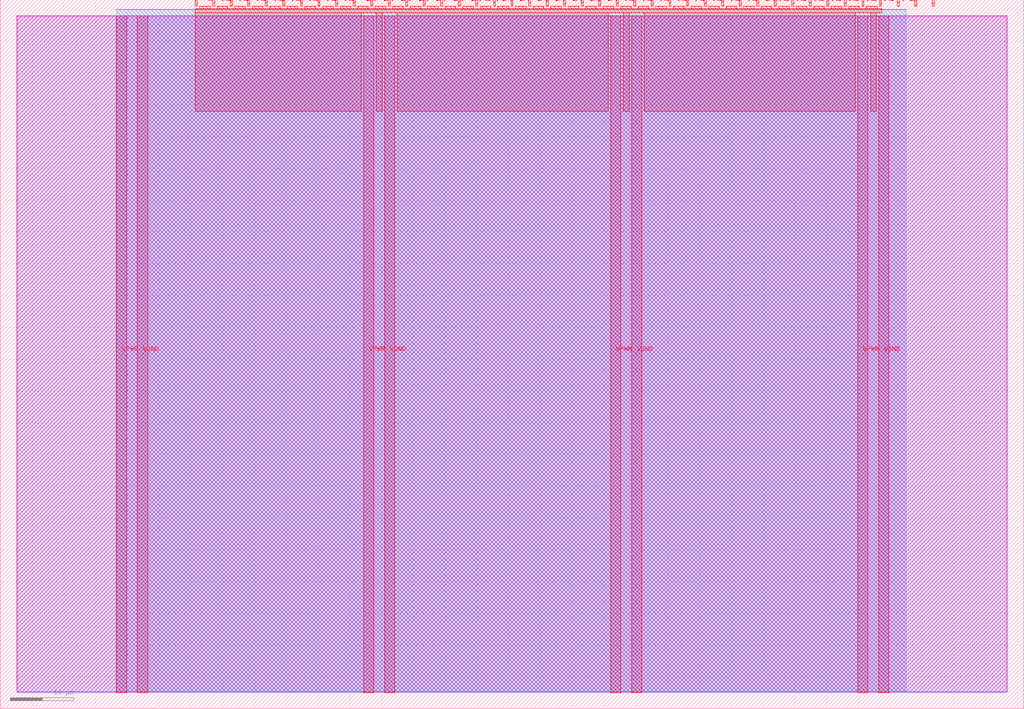
<source format=lef>
VERSION 5.7 ;
  NOWIREEXTENSIONATPIN ON ;
  DIVIDERCHAR "/" ;
  BUSBITCHARS "[]" ;
MACRO tt_um_wokwi_414120435095328769
  CLASS BLOCK ;
  FOREIGN tt_um_wokwi_414120435095328769 ;
  ORIGIN 0.000 0.000 ;
  SIZE 161.000 BY 111.520 ;
  PIN VGND
    DIRECTION INOUT ;
    USE GROUND ;
    PORT
      LAYER met4 ;
        RECT 21.580 2.480 23.180 109.040 ;
    END
    PORT
      LAYER met4 ;
        RECT 60.450 2.480 62.050 109.040 ;
    END
    PORT
      LAYER met4 ;
        RECT 99.320 2.480 100.920 109.040 ;
    END
    PORT
      LAYER met4 ;
        RECT 138.190 2.480 139.790 109.040 ;
    END
  END VGND
  PIN VPWR
    DIRECTION INOUT ;
    USE POWER ;
    PORT
      LAYER met4 ;
        RECT 18.280 2.480 19.880 109.040 ;
    END
    PORT
      LAYER met4 ;
        RECT 57.150 2.480 58.750 109.040 ;
    END
    PORT
      LAYER met4 ;
        RECT 96.020 2.480 97.620 109.040 ;
    END
    PORT
      LAYER met4 ;
        RECT 134.890 2.480 136.490 109.040 ;
    END
  END VPWR
  PIN clk
    DIRECTION INPUT ;
    USE SIGNAL ;
    PORT
      LAYER met4 ;
        RECT 143.830 110.520 144.130 111.520 ;
    END
  END clk
  PIN ena
    DIRECTION INPUT ;
    USE SIGNAL ;
    PORT
      LAYER met4 ;
        RECT 146.590 110.520 146.890 111.520 ;
    END
  END ena
  PIN rst_n
    DIRECTION INPUT ;
    USE SIGNAL ;
    PORT
      LAYER met4 ;
        RECT 141.070 110.520 141.370 111.520 ;
    END
  END rst_n
  PIN ui_in[0]
    DIRECTION INPUT ;
    USE SIGNAL ;
    ANTENNAGATEAREA 0.196500 ;
    PORT
      LAYER met4 ;
        RECT 138.310 110.520 138.610 111.520 ;
    END
  END ui_in[0]
  PIN ui_in[1]
    DIRECTION INPUT ;
    USE SIGNAL ;
    ANTENNAGATEAREA 0.196500 ;
    PORT
      LAYER met4 ;
        RECT 135.550 110.520 135.850 111.520 ;
    END
  END ui_in[1]
  PIN ui_in[2]
    DIRECTION INPUT ;
    USE SIGNAL ;
    ANTENNAGATEAREA 0.196500 ;
    PORT
      LAYER met4 ;
        RECT 132.790 110.520 133.090 111.520 ;
    END
  END ui_in[2]
  PIN ui_in[3]
    DIRECTION INPUT ;
    USE SIGNAL ;
    PORT
      LAYER met4 ;
        RECT 130.030 110.520 130.330 111.520 ;
    END
  END ui_in[3]
  PIN ui_in[4]
    DIRECTION INPUT ;
    USE SIGNAL ;
    PORT
      LAYER met4 ;
        RECT 127.270 110.520 127.570 111.520 ;
    END
  END ui_in[4]
  PIN ui_in[5]
    DIRECTION INPUT ;
    USE SIGNAL ;
    PORT
      LAYER met4 ;
        RECT 124.510 110.520 124.810 111.520 ;
    END
  END ui_in[5]
  PIN ui_in[6]
    DIRECTION INPUT ;
    USE SIGNAL ;
    PORT
      LAYER met4 ;
        RECT 121.750 110.520 122.050 111.520 ;
    END
  END ui_in[6]
  PIN ui_in[7]
    DIRECTION INPUT ;
    USE SIGNAL ;
    PORT
      LAYER met4 ;
        RECT 118.990 110.520 119.290 111.520 ;
    END
  END ui_in[7]
  PIN uio_in[0]
    DIRECTION INPUT ;
    USE SIGNAL ;
    PORT
      LAYER met4 ;
        RECT 116.230 110.520 116.530 111.520 ;
    END
  END uio_in[0]
  PIN uio_in[1]
    DIRECTION INPUT ;
    USE SIGNAL ;
    PORT
      LAYER met4 ;
        RECT 113.470 110.520 113.770 111.520 ;
    END
  END uio_in[1]
  PIN uio_in[2]
    DIRECTION INPUT ;
    USE SIGNAL ;
    PORT
      LAYER met4 ;
        RECT 110.710 110.520 111.010 111.520 ;
    END
  END uio_in[2]
  PIN uio_in[3]
    DIRECTION INPUT ;
    USE SIGNAL ;
    PORT
      LAYER met4 ;
        RECT 107.950 110.520 108.250 111.520 ;
    END
  END uio_in[3]
  PIN uio_in[4]
    DIRECTION INPUT ;
    USE SIGNAL ;
    PORT
      LAYER met4 ;
        RECT 105.190 110.520 105.490 111.520 ;
    END
  END uio_in[4]
  PIN uio_in[5]
    DIRECTION INPUT ;
    USE SIGNAL ;
    PORT
      LAYER met4 ;
        RECT 102.430 110.520 102.730 111.520 ;
    END
  END uio_in[5]
  PIN uio_in[6]
    DIRECTION INPUT ;
    USE SIGNAL ;
    PORT
      LAYER met4 ;
        RECT 99.670 110.520 99.970 111.520 ;
    END
  END uio_in[6]
  PIN uio_in[7]
    DIRECTION INPUT ;
    USE SIGNAL ;
    PORT
      LAYER met4 ;
        RECT 96.910 110.520 97.210 111.520 ;
    END
  END uio_in[7]
  PIN uio_oe[0]
    DIRECTION OUTPUT ;
    USE SIGNAL ;
    PORT
      LAYER met4 ;
        RECT 49.990 110.520 50.290 111.520 ;
    END
  END uio_oe[0]
  PIN uio_oe[1]
    DIRECTION OUTPUT ;
    USE SIGNAL ;
    PORT
      LAYER met4 ;
        RECT 47.230 110.520 47.530 111.520 ;
    END
  END uio_oe[1]
  PIN uio_oe[2]
    DIRECTION OUTPUT ;
    USE SIGNAL ;
    PORT
      LAYER met4 ;
        RECT 44.470 110.520 44.770 111.520 ;
    END
  END uio_oe[2]
  PIN uio_oe[3]
    DIRECTION OUTPUT ;
    USE SIGNAL ;
    PORT
      LAYER met4 ;
        RECT 41.710 110.520 42.010 111.520 ;
    END
  END uio_oe[3]
  PIN uio_oe[4]
    DIRECTION OUTPUT ;
    USE SIGNAL ;
    PORT
      LAYER met4 ;
        RECT 38.950 110.520 39.250 111.520 ;
    END
  END uio_oe[4]
  PIN uio_oe[5]
    DIRECTION OUTPUT ;
    USE SIGNAL ;
    PORT
      LAYER met4 ;
        RECT 36.190 110.520 36.490 111.520 ;
    END
  END uio_oe[5]
  PIN uio_oe[6]
    DIRECTION OUTPUT ;
    USE SIGNAL ;
    PORT
      LAYER met4 ;
        RECT 33.430 110.520 33.730 111.520 ;
    END
  END uio_oe[6]
  PIN uio_oe[7]
    DIRECTION OUTPUT ;
    USE SIGNAL ;
    PORT
      LAYER met4 ;
        RECT 30.670 110.520 30.970 111.520 ;
    END
  END uio_oe[7]
  PIN uio_out[0]
    DIRECTION OUTPUT ;
    USE SIGNAL ;
    PORT
      LAYER met4 ;
        RECT 72.070 110.520 72.370 111.520 ;
    END
  END uio_out[0]
  PIN uio_out[1]
    DIRECTION OUTPUT ;
    USE SIGNAL ;
    PORT
      LAYER met4 ;
        RECT 69.310 110.520 69.610 111.520 ;
    END
  END uio_out[1]
  PIN uio_out[2]
    DIRECTION OUTPUT ;
    USE SIGNAL ;
    PORT
      LAYER met4 ;
        RECT 66.550 110.520 66.850 111.520 ;
    END
  END uio_out[2]
  PIN uio_out[3]
    DIRECTION OUTPUT ;
    USE SIGNAL ;
    PORT
      LAYER met4 ;
        RECT 63.790 110.520 64.090 111.520 ;
    END
  END uio_out[3]
  PIN uio_out[4]
    DIRECTION OUTPUT ;
    USE SIGNAL ;
    PORT
      LAYER met4 ;
        RECT 61.030 110.520 61.330 111.520 ;
    END
  END uio_out[4]
  PIN uio_out[5]
    DIRECTION OUTPUT ;
    USE SIGNAL ;
    PORT
      LAYER met4 ;
        RECT 58.270 110.520 58.570 111.520 ;
    END
  END uio_out[5]
  PIN uio_out[6]
    DIRECTION OUTPUT ;
    USE SIGNAL ;
    PORT
      LAYER met4 ;
        RECT 55.510 110.520 55.810 111.520 ;
    END
  END uio_out[6]
  PIN uio_out[7]
    DIRECTION OUTPUT ;
    USE SIGNAL ;
    PORT
      LAYER met4 ;
        RECT 52.750 110.520 53.050 111.520 ;
    END
  END uio_out[7]
  PIN uo_out[0]
    DIRECTION OUTPUT ;
    USE SIGNAL ;
    ANTENNADIFFAREA 0.795200 ;
    PORT
      LAYER met4 ;
        RECT 94.150 110.520 94.450 111.520 ;
    END
  END uo_out[0]
  PIN uo_out[1]
    DIRECTION OUTPUT ;
    USE SIGNAL ;
    ANTENNADIFFAREA 0.795200 ;
    PORT
      LAYER met4 ;
        RECT 91.390 110.520 91.690 111.520 ;
    END
  END uo_out[1]
  PIN uo_out[2]
    DIRECTION OUTPUT ;
    USE SIGNAL ;
    PORT
      LAYER met4 ;
        RECT 88.630 110.520 88.930 111.520 ;
    END
  END uo_out[2]
  PIN uo_out[3]
    DIRECTION OUTPUT ;
    USE SIGNAL ;
    PORT
      LAYER met4 ;
        RECT 85.870 110.520 86.170 111.520 ;
    END
  END uo_out[3]
  PIN uo_out[4]
    DIRECTION OUTPUT ;
    USE SIGNAL ;
    PORT
      LAYER met4 ;
        RECT 83.110 110.520 83.410 111.520 ;
    END
  END uo_out[4]
  PIN uo_out[5]
    DIRECTION OUTPUT ;
    USE SIGNAL ;
    PORT
      LAYER met4 ;
        RECT 80.350 110.520 80.650 111.520 ;
    END
  END uo_out[5]
  PIN uo_out[6]
    DIRECTION OUTPUT ;
    USE SIGNAL ;
    PORT
      LAYER met4 ;
        RECT 77.590 110.520 77.890 111.520 ;
    END
  END uo_out[6]
  PIN uo_out[7]
    DIRECTION OUTPUT ;
    USE SIGNAL ;
    PORT
      LAYER met4 ;
        RECT 74.830 110.520 75.130 111.520 ;
    END
  END uo_out[7]
  OBS
      LAYER nwell ;
        RECT 2.570 2.635 158.430 108.990 ;
      LAYER li1 ;
        RECT 2.760 2.635 158.240 108.885 ;
      LAYER met1 ;
        RECT 2.760 2.480 158.240 109.040 ;
      LAYER met2 ;
        RECT 18.310 2.535 142.510 110.005 ;
      LAYER met3 ;
        RECT 18.290 2.555 142.535 109.985 ;
      LAYER met4 ;
        RECT 31.370 110.120 33.030 110.520 ;
        RECT 34.130 110.120 35.790 110.520 ;
        RECT 36.890 110.120 38.550 110.520 ;
        RECT 39.650 110.120 41.310 110.520 ;
        RECT 42.410 110.120 44.070 110.520 ;
        RECT 45.170 110.120 46.830 110.520 ;
        RECT 47.930 110.120 49.590 110.520 ;
        RECT 50.690 110.120 52.350 110.520 ;
        RECT 53.450 110.120 55.110 110.520 ;
        RECT 56.210 110.120 57.870 110.520 ;
        RECT 58.970 110.120 60.630 110.520 ;
        RECT 61.730 110.120 63.390 110.520 ;
        RECT 64.490 110.120 66.150 110.520 ;
        RECT 67.250 110.120 68.910 110.520 ;
        RECT 70.010 110.120 71.670 110.520 ;
        RECT 72.770 110.120 74.430 110.520 ;
        RECT 75.530 110.120 77.190 110.520 ;
        RECT 78.290 110.120 79.950 110.520 ;
        RECT 81.050 110.120 82.710 110.520 ;
        RECT 83.810 110.120 85.470 110.520 ;
        RECT 86.570 110.120 88.230 110.520 ;
        RECT 89.330 110.120 90.990 110.520 ;
        RECT 92.090 110.120 93.750 110.520 ;
        RECT 94.850 110.120 96.510 110.520 ;
        RECT 97.610 110.120 99.270 110.520 ;
        RECT 100.370 110.120 102.030 110.520 ;
        RECT 103.130 110.120 104.790 110.520 ;
        RECT 105.890 110.120 107.550 110.520 ;
        RECT 108.650 110.120 110.310 110.520 ;
        RECT 111.410 110.120 113.070 110.520 ;
        RECT 114.170 110.120 115.830 110.520 ;
        RECT 116.930 110.120 118.590 110.520 ;
        RECT 119.690 110.120 121.350 110.520 ;
        RECT 122.450 110.120 124.110 110.520 ;
        RECT 125.210 110.120 126.870 110.520 ;
        RECT 127.970 110.120 129.630 110.520 ;
        RECT 130.730 110.120 132.390 110.520 ;
        RECT 133.490 110.120 135.150 110.520 ;
        RECT 136.250 110.120 137.910 110.520 ;
        RECT 30.655 109.440 138.625 110.120 ;
        RECT 30.655 94.015 56.750 109.440 ;
        RECT 59.150 94.015 60.050 109.440 ;
        RECT 62.450 94.015 95.620 109.440 ;
        RECT 98.020 94.015 98.920 109.440 ;
        RECT 101.320 94.015 134.490 109.440 ;
        RECT 136.890 94.015 137.790 109.440 ;
  END
END tt_um_wokwi_414120435095328769
END LIBRARY


</source>
